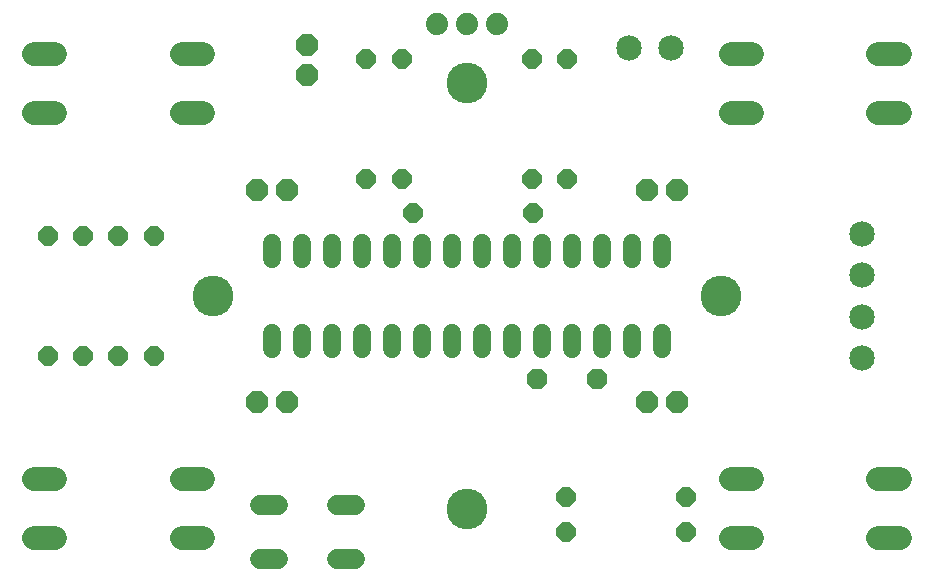
<source format=gts>
G04 EAGLE Gerber RS-274X export*
G75*
%MOMM*%
%FSLAX34Y34*%
%LPD*%
%INSoldermask Top*%
%IPPOS*%
%AMOC8*
5,1,8,0,0,1.08239X$1,22.5*%
G01*
%ADD10C,3.453200*%
%ADD11C,1.524000*%
%ADD12C,2.153200*%
%ADD13P,2.034460X8X202.500000*%
%ADD14P,2.034460X8X22.500000*%
%ADD15P,2.034460X8X292.500000*%
%ADD16P,1.767759X8X112.500000*%
%ADD17P,1.767759X8X292.500000*%
%ADD18C,1.993900*%
%ADD19C,1.879600*%
%ADD20P,1.767759X8X22.500000*%
%ADD21P,1.843527X8X22.500000*%
%ADD22C,1.727200*%


D10*
X160000Y250000D03*
X590000Y250000D03*
X375000Y430000D03*
X375000Y70000D03*
D11*
X209900Y205296D02*
X209900Y218504D01*
X235300Y218504D02*
X235300Y205296D01*
X260700Y205296D02*
X260700Y218504D01*
X286100Y218504D02*
X286100Y205296D01*
X311500Y205296D02*
X311500Y218504D01*
X336900Y218504D02*
X336900Y205296D01*
X362300Y205296D02*
X362300Y218504D01*
X387700Y218504D02*
X387700Y205296D01*
X413100Y205296D02*
X413100Y218504D01*
X438500Y218504D02*
X438500Y205296D01*
X463900Y205296D02*
X463900Y218504D01*
X489300Y218504D02*
X489300Y205296D01*
X514700Y205296D02*
X514700Y218504D01*
X540100Y218504D02*
X540100Y205296D01*
X540100Y281496D02*
X540100Y294704D01*
X514700Y294704D02*
X514700Y281496D01*
X489300Y281496D02*
X489300Y294704D01*
X463900Y294704D02*
X463900Y281496D01*
X438500Y281496D02*
X438500Y294704D01*
X413100Y294704D02*
X413100Y281496D01*
X387700Y281496D02*
X387700Y294704D01*
X362300Y294704D02*
X362300Y281496D01*
X336900Y281496D02*
X336900Y294704D01*
X311500Y294704D02*
X311500Y281496D01*
X286100Y281496D02*
X286100Y294704D01*
X260700Y294704D02*
X260700Y281496D01*
X235300Y281496D02*
X235300Y294704D01*
X209900Y294704D02*
X209900Y281496D01*
D12*
X512500Y460000D03*
X547500Y460000D03*
X710000Y232500D03*
X710000Y197500D03*
X710000Y302500D03*
X710000Y267500D03*
D13*
X222700Y340000D03*
X197300Y340000D03*
D14*
X527300Y340000D03*
X552700Y340000D03*
D13*
X222700Y160000D03*
X197300Y160000D03*
D14*
X527300Y160000D03*
X552700Y160000D03*
D15*
X240000Y462700D03*
X240000Y437300D03*
D16*
X290000Y349200D03*
X290000Y450800D03*
D17*
X80000Y300800D03*
X80000Y199200D03*
D18*
X133531Y454892D02*
X151438Y454892D01*
X26470Y454892D02*
X8563Y454892D01*
X133531Y405108D02*
X151438Y405108D01*
X26470Y405108D02*
X8563Y405108D01*
X8563Y45108D02*
X26470Y45108D01*
X133531Y45108D02*
X151438Y45108D01*
X26470Y94892D02*
X8563Y94892D01*
X133531Y94892D02*
X151438Y94892D01*
X723531Y454892D02*
X741438Y454892D01*
X616470Y454892D02*
X598563Y454892D01*
X723531Y405108D02*
X741438Y405108D01*
X616470Y405108D02*
X598563Y405108D01*
X598563Y45108D02*
X616470Y45108D01*
X723531Y45108D02*
X741438Y45108D01*
X616470Y94892D02*
X598563Y94892D01*
X723531Y94892D02*
X741438Y94892D01*
D19*
X375000Y480000D03*
X349600Y480000D03*
X400400Y480000D03*
D16*
X110000Y199200D03*
X110000Y300800D03*
D17*
X460000Y450800D03*
X460000Y349200D03*
D20*
X459200Y80000D03*
X560800Y80000D03*
D17*
X50000Y300800D03*
X50000Y199200D03*
X20000Y300800D03*
X20000Y199200D03*
D20*
X459200Y50000D03*
X560800Y50000D03*
D16*
X430000Y349200D03*
X430000Y450800D03*
D17*
X320000Y450800D03*
X320000Y349200D03*
D21*
X434600Y180000D03*
X485400Y180000D03*
D22*
X215108Y72606D02*
X199868Y72606D01*
X199868Y27394D02*
X215108Y27394D01*
X264892Y72606D02*
X280132Y72606D01*
X280132Y27394D02*
X264892Y27394D01*
D20*
X329200Y320000D03*
X430800Y320000D03*
M02*

</source>
